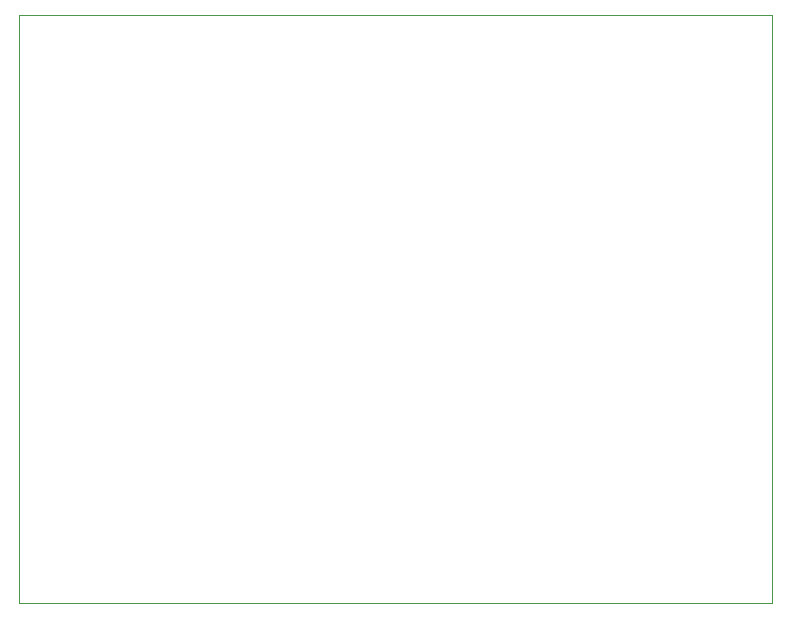
<source format=gbr>
%TF.GenerationSoftware,KiCad,Pcbnew,7.0.9*%
%TF.CreationDate,2024-12-09T19:17:55-07:00*%
%TF.ProjectId,Extender_Board,45787465-6e64-4657-925f-426f6172642e,rev?*%
%TF.SameCoordinates,Original*%
%TF.FileFunction,Profile,NP*%
%FSLAX46Y46*%
G04 Gerber Fmt 4.6, Leading zero omitted, Abs format (unit mm)*
G04 Created by KiCad (PCBNEW 7.0.9) date 2024-12-09 19:17:55*
%MOMM*%
%LPD*%
G01*
G04 APERTURE LIST*
%TA.AperFunction,Profile*%
%ADD10C,0.025400*%
%TD*%
G04 APERTURE END LIST*
D10*
X100584000Y-52324000D02*
X164338000Y-52324000D01*
X164338000Y-102108000D01*
X100584000Y-102108000D01*
X100584000Y-52324000D01*
M02*

</source>
